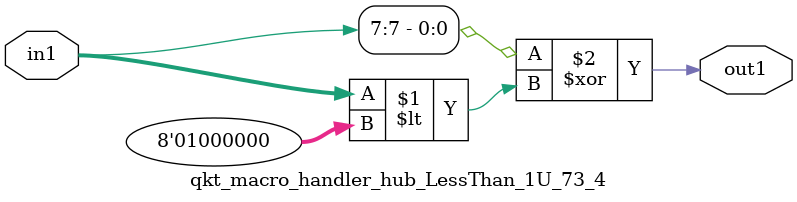
<source format=v>

`timescale 1ps / 1ps


module qkt_macro_handler_hub_LessThan_1U_73_4( in1, out1 );

    input [7:0] in1;
    output out1;

    
    // rtl_process:qkt_macro_handler_hub_LessThan_1U_73_4/qkt_macro_handler_hub_LessThan_1U_73_4_thread_1
    assign out1 = (in1[7] ^ in1 < 8'd064);

endmodule



</source>
